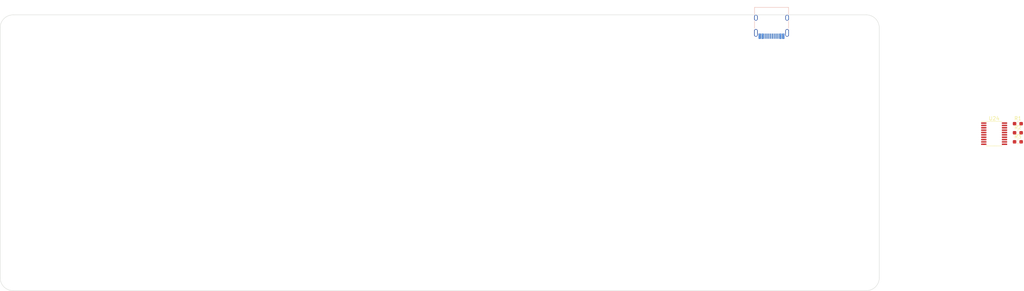
<source format=kicad_pcb>
(kicad_pcb (version 20221018) (generator pcbnew)
  (layers (0 "F.Cu" power) (31 "B.Cu" power) (34 "B.Paste" user) (35 "F.Paste" user) (36 "B.SilkS" user "B.Silkscreen") (37 "F.SilkS" user "F.Silkscreen") (38 "B.Mask" user) (39 "F.Mask" user) (44 "Edge.Cuts" user))
  (net 0 "")
  (net 1 "GND")
  (net 2 "+5V")
  (net 3 "NRST")
  (net 4 "BOOT0")
  (net 5 "D-")
  (net 6 "D+")
  (net 7 "VDD")
  (net 8 "OSC_IN")
  (net 9 "Net-(P1-CC)")
  (net 10 "Net-(P1-VCONN)")
  (net 11 "OSC_OUT")
  (net 12 "VDDA")
  (footprint "Package_SO:TSSOP-20_4.4x6.5mm_P0.65mm" (layer "F.Cu") (at 306.778125 82.834375)
    (fp_text reference "U24" (at 0 -4.2) (layer "F.SilkS"))
    (fp_text value "STM32F070F6Px")
    (fp_line (start 0 -3.385) (end -3.6 -3.385) (stroke (width 0.12)) (layer "F.SilkS"))
    (fp_line (start 0 -3.385) (end 2.2 -3.385) (stroke (width 0.12)) (layer "F.SilkS"))
    (fp_line (start 0 3.385) (end -2.2 3.385) (stroke (width 0.12)) (layer "F.SilkS"))
    (fp_line (start 0 3.385) (end 2.2 3.385) (stroke (width 0.12)) (layer "F.SilkS"))
    (pad "1" smd roundrect (at -2.8625 -2.925) (size 1.475 0.4) (layers "F.Cu" "F.Paste" "F.Mask") (net 4 "BOOT0"))
    (pad "2" smd roundrect (at -2.8625 -2.275) (size 1.475 0.4) (layers "F.Cu" "F.Paste" "F.Mask") (net 8 "OSC_IN"))
    (pad "3" smd roundrect (at -2.8625 -1.625) (size 1.475 0.4) (layers "F.Cu" "F.Paste" "F.Mask") (net 11 "OSC_OUT"))
    (pad "4" smd roundrect (at -2.8625 -0.975) (size 1.475 0.4) (layers "F.Cu" "F.Paste" "F.Mask") (net 3 "NRST"))
    (pad "5" smd roundrect (at -2.8625 -0.325) (size 1.475 0.4) (layers "F.Cu" "F.Paste" "F.Mask") (net 12 "VDDA"))
    (pad "6" smd roundrect (at -2.8625 0.325) (size 1.475 0.4) (layers "F.Cu" "F.Paste" "F.Mask"))
    (pad "7" smd roundrect (at -2.8625 0.975) (size 1.475 0.4) (layers "F.Cu" "F.Paste" "F.Mask"))
    (pad "8" smd roundrect (at -2.8625 1.625) (size 1.475 0.4) (layers "F.Cu" "F.Paste" "F.Mask"))
    (pad "9" smd roundrect (at -2.8625 2.275) (size 1.475 0.4) (layers "F.Cu" "F.Paste" "F.Mask"))
    (pad "10" smd roundrect (at -2.8625 2.925) (size 1.475 0.4) (layers "F.Cu" "F.Paste" "F.Mask"))
    (pad "11" smd roundrect (at 2.8625 2.925) (size 1.475 0.4) (layers "F.Cu" "F.Paste" "F.Mask"))
    (pad "12" smd roundrect (at 2.8625 2.275) (size 1.475 0.4) (layers "F.Cu" "F.Paste" "F.Mask"))
    (pad "13" smd roundrect (at 2.8625 1.625) (size 1.475 0.4) (layers "F.Cu" "F.Paste" "F.Mask"))
    (pad "14" smd roundrect (at 2.8625 0.975) (size 1.475 0.4) (layers "F.Cu" "F.Paste" "F.Mask"))
    (pad "15" smd roundrect (at 2.8625 0.325) (size 1.475 0.4) (layers "F.Cu" "F.Paste" "F.Mask") (net 1 "GND"))
    (pad "16" smd roundrect (at 2.8625 -0.325) (size 1.475 0.4) (layers "F.Cu" "F.Paste" "F.Mask") (net 7 "VDD"))
    (pad "17" smd roundrect (at 2.8625 -0.975) (size 1.475 0.4) (layers "F.Cu" "F.Paste" "F.Mask"))
    (pad "18" smd roundrect (at 2.8625 -1.625) (size 1.475 0.4) (layers "F.Cu" "F.Paste" "F.Mask"))
    (pad "19" smd roundrect (at 2.8625 -2.275) (size 1.475 0.4) (layers "F.Cu" "F.Paste" "F.Mask"))
    (pad "20" smd roundrect (at 2.8625 -2.925) (size 1.475 0.4) (layers "F.Cu" "F.Paste" "F.Mask"))
  )
  (footprint "Resistor_SMD:R_0603_1608Metric_Pad0.98x0.95mm_HandSolder" (layer "F.Cu") (at 313.328125 82.574375)
    (fp_text reference "R2" (at 0 -1.43) (layer "F.SilkS"))
    (fp_text value "5.1k")
    (fp_line (start -0.254724 -0.5225) (end 0.254724 -0.5225) (stroke (width 0.12)) (layer "F.SilkS"))
    (fp_line (start -0.254724 0.5225) (end 0.254724 0.5225) (stroke (width 0.12)) (layer "F.SilkS"))
    (pad "1" smd roundrect (at -0.9125 0) (size 0.975 0.95) (layers "F.Cu" "F.Paste" "F.Mask") (net 9 "Net-(P1-CC)"))
    (pad "2" smd roundrect (at 0.9125 0) (size 0.975 0.95) (layers "F.Cu" "F.Paste" "F.Mask") (net 1 "GND"))
  )
  (footprint "Resistor_SMD:R_0603_1608Metric_Pad0.98x0.95mm_HandSolder" (layer "F.Cu") (at 313.328125 85.084375)
    (fp_text reference "R3" (at 0 -1.43) (layer "F.SilkS"))
    (fp_text value "1k5")
    (fp_line (start -0.254724 -0.5225) (end 0.254724 -0.5225) (stroke (width 0.12)) (layer "F.SilkS"))
    (fp_line (start -0.254724 0.5225) (end 0.254724 0.5225) (stroke (width 0.12)) (layer "F.SilkS"))
    (pad "1" smd roundrect (at -0.9125 0) (size 0.975 0.95) (layers "F.Cu" "F.Paste" "F.Mask") (net 6 "D+"))
    (pad "2" smd roundrect (at 0.9125 0) (size 0.975 0.95) (layers "F.Cu" "F.Paste" "F.Mask") (net 7 "VDD"))
  )
  (footprint "Resistor_SMD:R_0603_1608Metric_Pad0.98x0.95mm_HandSolder" (layer "F.Cu") (at 313.328125 80.064375)
    (fp_text reference "R1" (at 0 -1.43) (layer "F.SilkS"))
    (fp_text value "5.1k")
    (fp_line (start -0.254724 -0.5225) (end 0.254724 -0.5225) (stroke (width 0.12)) (layer "F.SilkS"))
    (fp_line (start -0.254724 0.5225) (end 0.254724 0.5225) (stroke (width 0.12)) (layer "F.SilkS"))
    (pad "1" smd roundrect (at -0.9125 0) (size 0.975 0.95) (layers "F.Cu" "F.Paste" "F.Mask") (net 10 "Net-(P1-VCONN)"))
    (pad "2" smd roundrect (at 0.9125 0) (size 0.975 0.95) (layers "F.Cu" "F.Paste" "F.Mask") (net 1 "GND"))
  )
  (footprint "Connector_USB:USB_C_Receptacle_HRO_TYPE-C-31-M-12" (layer "B.Cu") (at 245.268375 51.84625)
    (fp_text reference "P1")
    (fp_text value "USB_C_Plug_USB2.0")
    (fp_line (start -4.7 -3.9) (end 4.7 -3.9) (stroke (width 0.12)) (layer "B.SilkS"))
    (fp_line (start -4.7 -2) (end -4.7 -3.9) (stroke (width 0.12)) (layer "B.SilkS"))
    (fp_line (start -4.7 1.9) (end -4.7 -0.1) (stroke (width 0.12)) (layer "B.SilkS"))
    (fp_line (start 4.7 -2) (end 4.7 -3.9) (stroke (width 0.12)) (layer "B.SilkS"))
    (fp_line (start 4.7 1.9) (end 4.7 -0.1) (stroke (width 0.12)) (layer "B.SilkS"))
    (pad "" np_thru_hole circle locked (at -2.89 2.6) (size 0.65 0.65) (drill 0.65) (layers "*.Cu" "*.Mask"))
    (pad "" np_thru_hole circle locked (at 2.89 2.6) (size 0.65 0.65) (drill 0.65) (layers "*.Cu" "*.Mask"))
    (pad "A1" smd rect locked (at -3.25 4.045) (size 0.6 1.45) (layers "B.Cu" "B.Paste" "B.Mask") (net 1 "GND"))
    (pad "A4" smd rect locked (at -2.45 4.045) (size 0.6 1.45) (layers "B.Cu" "B.Paste" "B.Mask") (net 2 "+5V"))
    (pad "A5" smd rect locked (at -1.25 4.045) (size 0.3 1.45) (layers "B.Cu" "B.Paste" "B.Mask") (net 9 "Net-(P1-CC)"))
    (pad "A6" smd rect locked (at -0.25 4.045) (size 0.3 1.45) (layers "B.Cu" "B.Paste" "B.Mask") (net 6 "D+"))
    (pad "A7" smd rect locked (at 0.25 4.045) (size 0.3 1.45) (layers "B.Cu" "B.Paste" "B.Mask") (net 5 "D-"))
    (pad "A8" smd rect locked (at 1.25 4.045) (size 0.3 1.45) (layers "B.Cu" "B.Paste" "B.Mask"))
    (pad "A9" smd rect locked (at 2.45 4.045) (size 0.6 1.45) (layers "B.Cu" "B.Paste" "B.Mask") (net 2 "+5V"))
    (pad "A12" smd rect locked (at 3.25 4.045) (size 0.6 1.45) (layers "B.Cu" "B.Paste" "B.Mask") (net 1 "GND"))
    (pad "B1" smd rect locked (at 3.25 4.045) (size 0.6 1.45) (layers "B.Cu" "B.Paste" "B.Mask") (net 1 "GND"))
    (pad "B4" smd rect locked (at 2.45 4.045) (size 0.6 1.45) (layers "B.Cu" "B.Paste" "B.Mask") (net 2 "+5V"))
    (pad "B5" smd rect locked (at 1.75 4.045) (size 0.3 1.45) (layers "B.Cu" "B.Paste" "B.Mask") (net 10 "Net-(P1-VCONN)"))
    (pad "B6" smd rect locked (at 0.75 4.045) (size 0.3 1.45) (layers "B.Cu" "B.Paste" "B.Mask"))
    (pad "B7" smd rect locked (at -0.75 4.045) (size 0.3 1.45) (layers "B.Cu" "B.Paste" "B.Mask"))
    (pad "B8" smd rect locked (at -1.75 4.045) (size 0.3 1.45) (layers "B.Cu" "B.Paste" "B.Mask"))
    (pad "B9" smd rect locked (at -2.45 4.045) (size 0.6 1.45) (layers "B.Cu" "B.Paste" "B.Mask") (net 2 "+5V"))
    (pad "B12" smd rect locked (at -3.25 4.045) (size 0.6 1.45) (layers "B.Cu" "B.Paste" "B.Mask") (net 1 "GND"))
    (pad "S1" thru_hole oval locked (at -4.32 -1.05) (size 1 1.6) (drill oval 0.6 1.2) (layers "*.Cu" "*.Mask") (net 1 "GND"))
    (pad "S1" thru_hole oval locked (at -4.32 3.13) (size 1 2.1) (drill oval 0.6 1.7) (layers "*.Cu" "*.Mask") (net 1 "GND"))
    (pad "S1" thru_hole oval locked (at 4.32 -1.05) (size 1 1.6) (drill oval 0.6 1.2) (layers "*.Cu" "*.Mask") (net 1 "GND"))
    (pad "S1" thru_hole oval locked (at 4.32 3.13) (size 1 2.1) (drill oval 0.6 1.7) (layers "*.Cu" "*.Mask") (net 1 "GND"))
  )
  (gr_arc locked (start 32.146875 53.578125) (mid 33.193054 51.052429) (end 35.71875 50.00625) (stroke (width 0.1)) (layer "Edge.Cuts"))
  (gr_line locked (start 35.71875 50.00625) (end 271.4625 50.00625) (stroke (width 0.1)) (layer "Edge.Cuts"))
  (gr_line locked (start 271.4625 126.20625) (end 35.71875 126.20625) (stroke (width 0.1)) (layer "Edge.Cuts"))
  (gr_arc locked (start 271.4625 50.00625) (mid 273.988168 51.052444) (end 275.034375 53.578125) (stroke (width 0.1)) (layer "Edge.Cuts"))
  (gr_line locked (start 275.034375 53.578125) (end 275.034375 122.634375) (stroke (width 0.1)) (layer "Edge.Cuts"))
  (gr_arc locked (start 275.034375 122.634375) (mid 273.988183 125.160058) (end 271.4625 126.20625) (stroke (width 0.1)) (layer "Edge.Cuts"))
  (gr_arc locked (start 35.71875 126.20625) (mid 33.193038 125.160074) (end 32.146875 122.634375) (stroke (width 0.1)) (layer "Edge.Cuts"))
  (gr_line locked (start 32.146875 122.634375) (end 32.146875 53.578125) (stroke (width 0.1)) (layer "Edge.Cuts"))
)
</source>
